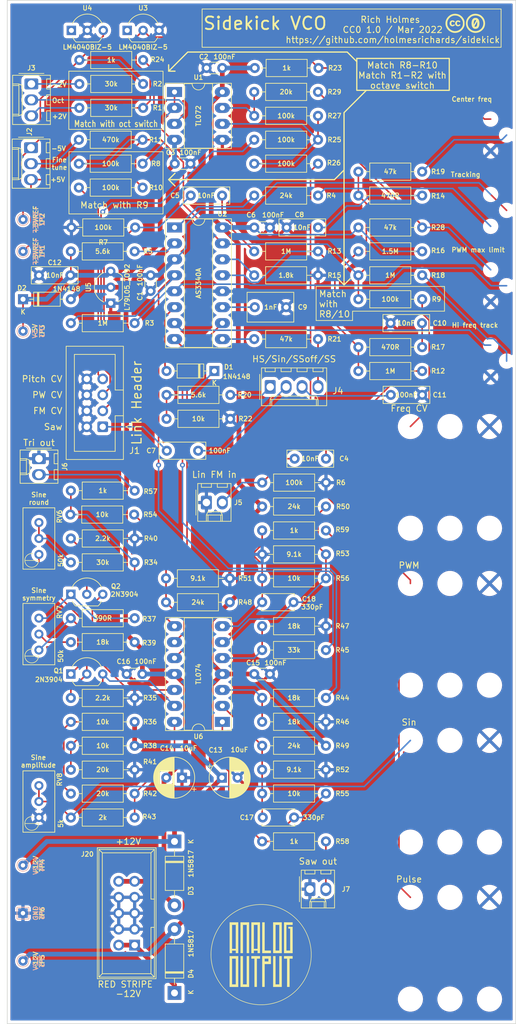
<source format=kicad_pcb>
(kicad_pcb (version 20211014) (generator pcbnew)
  (layers (0 "F.Cu" signal) (31 "B.Cu" signal) (34 "B.Paste" user) (35 "F.Paste" user) (36 "B.SilkS" user "B.Silkscreen") (37 "F.SilkS" user "F.Silkscreen") (38 "B.Mask" user) (39 "F.Mask" user) (44 "Edge.Cuts" user))
  (net 0 "")
  (net 1 "Board_0-+12V")
  (net 2 "Board_0-+5V_REF")
  (net 3 "Board_0--12V")
  (net 4 "Board_0--5V")
  (net 5 "Board_0--5V_REF")
  (net 6 "Board_0-/Jacks, power, etc/+12V_IN")
  (net 7 "Board_0-/Jacks, power, etc/-12V_IN")
  (net 8 "Board_0-/Main PCB/+2V_REF")
  (net 9 "Board_0-/Main PCB/-2V_REF")
  (net 10 "Board_0-/Main PCB/CENTER_FREQ")
  (net 11 "Board_0-/Main PCB/FINE_TUNE")
  (net 12 "Board_0-/Main PCB/HARD_SYNCA")
  (net 13 "Board_0-/Main PCB/HI_FREQ_TRACK")
  (net 14 "Board_0-/Main PCB/LINK_IN_CV")
  (net 15 "Board_0-/Main PCB/LINK_IN_FM")
  (net 16 "Board_0-/Main PCB/LINK_IN_PW")
  (net 17 "Board_0-/Main PCB/LINK_IN_SYNC")
  (net 18 "Board_0-/Main PCB/LIN_FM_IN")
  (net 19 "Board_0-/Main PCB/OCTAVE")
  (net 20 "Board_0-/Main PCB/SOFT_SYNCA")
  (net 21 "Board_0-/Main PCB/SOFT_SYNC_OFF")
  (net 22 "Board_0-/Main PCB/SYNCA")
  (net 23 "Board_0-/Outputs and sin/SAW")
  (net 24 "Board_0-/Outputs and sin/TRI")
  (net 25 "Board_0-CV_NODE")
  (net 26 "Board_0-GND")
  (net 27 "Board_0-HARD_SYNC")
  (net 28 "Board_0-HFT")
  (net 29 "Board_0-LIN_FM")
  (net 30 "Board_0-Net-(C10-Pad1)")
  (net 31 "Board_0-Net-(C17-Pad1)")
  (net 32 "Board_0-Net-(C17-Pad2)")
  (net 33 "Board_0-Net-(C18-Pad1)")
  (net 34 "Board_0-Net-(C18-Pad2)")
  (net 35 "Board_0-Net-(C4-Pad1)")
  (net 36 "Board_0-Net-(C5-Pad1)")
  (net 37 "Board_0-Net-(C8-Pad1)")
  (net 38 "Board_0-Net-(C9-Pad2)")
  (net 39 "Board_0-Net-(D1-Pad1)")
  (net 40 "Board_0-Net-(Q1-Pad1)")
  (net 41 "Board_0-Net-(Q1-Pad2)")
  (net 42 "Board_0-Net-(Q1-Pad3)")
  (net 43 "Board_0-Net-(Q2-Pad1)")
  (net 44 "Board_0-Net-(Q2-Pad2)")
  (net 45 "Board_0-Net-(Q2-Pad3)")
  (net 46 "Board_0-Net-(R15-Pad1)")
  (net 47 "Board_0-Net-(R25-Pad1)")
  (net 48 "Board_0-Net-(R27-Pad1)")
  (net 49 "Board_0-Net-(R28-Pad1)")
  (net 50 "Board_0-Net-(R34-Pad1)")
  (net 51 "Board_0-Net-(R39-Pad2)")
  (net 52 "Board_0-Net-(R4-Pad1)")
  (net 53 "Board_0-Net-(R4-Pad2)")
  (net 54 "Board_0-Net-(R42-Pad1)")
  (net 55 "Board_0-Net-(R44-Pad1)")
  (net 56 "Board_0-Net-(R45-Pad1)")
  (net 57 "Board_0-Net-(R48-Pad1)")
  (net 58 "Board_0-Net-(R5-Pad1)")
  (net 59 "Board_0-Net-(R8-Pad2)")
  (net 60 "Board_0-PULSE")
  (net 61 "Board_0-PULSE_OUT")
  (net 62 "Board_0-PWMIN")
  (net 63 "Board_0-PWM_IN")
  (net 64 "Board_0-SAW_OUT")
  (net 65 "Board_0-SIN")
  (net 66 "Board_0-SOFT_SYNC")
  (net 67 "Board_0-TRIANGLE_OUT")
  (net 68 "Board_0-TRI_RAW")
  (net 69 "Board_0-V_OCT")
  (footprint "ao_tht:Molex_KK-254_AE-6410-02A_1x02_P2.54mm_Vertical" (layer "F.Cu") (at 157.71 160.08)
    (fp_text reference "J7")
    (fp_text value "2_pin_Molex_header")
  )
  (footprint "ao_tht:R_Axial_DIN0207_L6.3mm_D2.5mm_P10.16mm_Horizontal" (layer "F.Cu") (at 165.43 73.74)
    (fp_text reference "R17")
    (fp_text value "470R")
  )
  (footprint "ao_tht:R_Axial_DIN0207_L6.3mm_D2.5mm_P10.16mm_Horizontal" (layer "F.Cu") (at 129.79 116.92 180)
    (fp_text reference "R37")
    (fp_text value "390R")
  )
  (footprint "ao_tht:Molex_KK-254_AE-6410-02A_1x02_P2.54mm_Vertical" (layer "F.Cu") (at 114.54 91.51 -90)
    (fp_text reference "J6")
    (fp_text value "2_pin_Molex_header")
  )
  (footprint "Connector_Molex:Molex_KK-254_AE-6410-04A_1x04_P2.54mm_Vertical" (layer "F.Cu") (at 151.38 80.08)
    (fp_text reference "J4")
    (fp_text value "4_pin_Molex_header")
  )
  (footprint "ao_tht:Power_Header" (layer "F.Cu") (at 129.79 168.99 180)
    (fp_text reference "J20")
    (fp_text value "Synth_power_2x5")
  )
  (footprint "ao_tht:D_DO-41_SOD81_P10.16mm_Horizontal" (layer "F.Cu") (at 136.14 152.48 -90)
    (fp_text reference "D3")
    (fp_text value "1N5817")
  )
  (footprint "ao_tht:R_Axial_DIN0207_L6.3mm_D2.5mm_P10.16mm_Horizontal" (layer "F.Cu") (at 119.63 129.62)
    (fp_text reference "R35")
    (fp_text value "2.2k")
  )
  (footprint "ao_tht:analogoutput" (layer "F.Cu") (at 149.936 170.504)
    (fp_text reference "GRAF2" hide)
    (fp_text value "AO logo" hide)
  )
  (footprint "ao_tht:D_DO-41_SOD81_P10.16mm_Horizontal" (layer "F.Cu") (at 136.14 176.61 90)
    (fp_text reference "D4")
    (fp_text value "1N5817")
  )
  (footprint "ao_tht:C_Rect_L7.2mm_W2.5mm_P5.00mm_FKS2_FKP2_MKS2_MKP2" (layer "F.Cu") (at 160.27 91.51 180)
    (fp_text reference "C4")
    (fp_text value "10nF")
  )
  (footprint "ao_tht:DIP-16_W7.62mm_Socket_LongPads" (layer "F.Cu") (at 136.15 54.68)
    (fp_text reference "U2")
    (fp_text value "AS3340A")
  )
  (footprint "ao_tht:C_Disc_D3.0mm_W1.6mm_P2.50mm" (layer "F.Cu") (at 148.84 54.69)
    (fp_text reference "C6")
    (fp_text value "100nF")
  )
  (footprint "ao_tht:R_Axial_DIN0207_L6.3mm_D2.5mm_P10.16mm_Horizontal" (layer "F.Cu") (at 129.79 96.6 180)
    (fp_text reference "R57")
    (fp_text value "1k")
  )
  (footprint "ao_tht:Molex_KK-254_AE-6410-03A_1x03_P2.54mm_Vertical" (layer "F.Cu") (at 113.28 41.98 -90)
    (fp_text reference "J2")
    (fp_text value "3_pin_Molex_header")
  )
  (footprint "ao_tht:R_Axial_DIN0207_L6.3mm_D2.5mm_P10.16mm_Horizontal" (layer "F.Cu") (at 120.9 44.52)
    (fp_text reference "R8")
    (fp_text value "100k")
  )
  (footprint "ao_tht:R_Axial_DIN0207_L6.3mm_D2.5mm_P10.16mm_Horizontal" (layer "F.Cu") (at 119.63 148.67)
    (fp_text reference "R43")
    (fp_text value "2k")
  )
  (footprint "ao_tht:R_Axial_DIN0207_L6.3mm_D2.5mm_P10.16mm_Horizontal" (layer "F.Cu") (at 148.84 44.52)
    (fp_text reference "R26")
    (fp_text value "100k")
  )
  (footprint "ao_tht:R_Axial_DIN0207_L6.3mm_D2.5mm_P10.16mm_Horizontal" (layer "F.Cu") (at 119.55 100.41)
    (fp_text reference "R54")
    (fp_text value "10k")
  )
  (footprint "ao_tht:R_Axial_DIN0207_L6.3mm_D2.5mm_P10.16mm_Horizontal" (layer "F.Cu") (at 131.06 40.71 180)
    (fp_text reference "R11")
    (fp_text value "470k")
  )
  (footprint "ao_tht:R_Axial_DIN0207_L6.3mm_D2.5mm_P10.16mm_Horizontal" (layer "F.Cu") (at 160.26 99.13 180)
    (fp_text reference "R50")
    (fp_text value "24k")
  )
  (footprint "ao_tht:R_Axial_DIN0207_L6.3mm_D2.5mm_P10.16mm_Horizontal" (layer "F.Cu") (at 129.79 137.24 180)
    (fp_text reference "R38")
    (fp_text value "10k")
  )
  (footprint "ao_tht:C_Disc_D5.0mm_W2.5mm_P5.00mm" (layer "F.Cu") (at 155.19 148.66 180)
    (fp_text reference "C17")
    (fp_text value "330pF")
  )
  (footprint "ao_tht:Potentiometer_Bourns_3296W_Vertical_screw_centered" (layer "F.Cu") (at 113.39 122.95 -90)
    (fp_text reference "RV7")
    (fp_text value "50k")
  )
  (footprint "ao_tht:TO-92_Inline_Wide" (layer "F.Cu") (at 125.98 66.745 90)
    (fp_text reference "U5")
    (fp_text value "L79L05_TO92")
  )
  (footprint "ao_tht:CP_Radial_D6.3mm_P2.50mm" (layer "F.Cu") (at 143.68 142.32)
    (fp_text reference "C13")
    (fp_text value "10uF")
  )
  (footprint "ao_tht:R_Axial_DIN0207_L6.3mm_D2.5mm_P10.16mm_Horizontal" (layer "F.Cu") (at 120.98 28.01)
    (fp_text reference "R24")
    (fp_text value "1k")
  )
  (footprint "ao_tht:R_Axial_DIN0207_L6.3mm_D2.5mm_P10.16mm_Horizontal" (layer "F.Cu") (at 131.14 35.63 180)
    (fp_text reference "R1")
    (fp_text value "30k")
  )
  (footprint "ao_tht:R_Axial_DIN0207_L6.3mm_D2.5mm_P10.16mm_Horizontal" (layer "F.Cu") (at 129.79 133.43 180)
    (fp_text reference "R36")
    (fp_text value "10k")
  )
  (footprint "ao_tht:Potentiometer_Bourns_3296W_Vertical_screw_centered" (layer "F.Cu") (at 113.39 149.62 -90)
    (fp_text reference "RV8")
    (fp_text value "5k")
  )
  (footprint "ao_tht:R_Axial_DIN0207_L6.3mm_D2.5mm_P10.16mm_Horizontal" (layer "F.Cu") (at 148.84 72.46)
    (fp_text reference "R21")
    (fp_text value "47k")
  )
  (footprint "ao_tht:R_Axial_DIN0207_L6.3mm_D2.5mm_P10.16mm_Horizontal" (layer "F.Cu") (at 119.63 104.22)
    (fp_text reference "R40")
    (fp_text value "2.2k")
  )
  (footprint "ao_tht:TO-92_Inline_Wide" (layer "F.Cu") (at 128.6 23.29)
    (fp_text reference "U3")
    (fp_text value "LM4040BIZ-5")
  )
  (footprint "ao_tht:R_Axial_DIN0207_L6.3mm_D2.5mm_P10.16mm_Horizontal" (layer "F.Cu") (at 165.43 45.79)
    (fp_text reference "R19")
    (fp_text value "47k")
  )
  (footprint "ao_tht:R_Axial_DIN0207_L6.3mm_D2.5mm_P10.16mm_Horizontal" (layer "F.Cu") (at 148.92 29.28)
    (fp_text reference "R23")
    (fp_text value "1k")
  )
  (footprint "Capacitor_THT:C_Rect_L7.2mm_W4.5mm_P5.00mm_FKS2_FKP2_MKS2_MKP2" (layer "F.Cu") (at 153.92 67.38 180)
    (fp_text reference "C9")
    (fp_text value "1nF")
  )
  (footprint "ao_tht:C_Rect_L7.2mm_W2.5mm_P5.00mm_FKS2_FKP2_MKS2_MKP2" (layer "F.Cu") (at 139.91 90.24 180)
    (fp_text reference "C7")
    (fp_text value "100nF")
  )
  (footprint "ao_tht:TO-92_Inline_Wide" (layer "F.Cu") (at 119.63 125.81)
    (fp_text reference "Q1")
    (fp_text value "2N3904")
  )
  (footprint "ao_tht:C_Disc_D3.0mm_W1.6mm_P2.50mm" (layer "F.Cu") (at 143.75 29.28 180)
    (fp_text reference "C2")
    (fp_text value "100nF")
  )
  (footprint "ao_tht:R_Axial_DIN0207_L6.3mm_D2.5mm_P10.16mm_Horizontal" (layer "F.Cu") (at 145.03 85.16 180)
    (fp_text reference "R22")
    (fp_text value "10k")
  )
  (footprint "ao_tht:C_Rect_L7.2mm_W2.5mm_P5.00mm_FKS2_FKP2_MKS2_MKP2" (layer "F.Cu") (at 143.72 49.6 180)
    (fp_text reference "C5")
    (fp_text value "10nF")
  )
  (footprint "ao_tht:R_Axial_DIN0207_L6.3mm_D2.5mm_P10.16mm_Horizontal" (layer "F.Cu") (at 129.79 58.49 180)
    (fp_text reference "R5")
    (fp_text value "5.6k")
  )
  (footprint "ao_tht:R_Axial_DIN0207_L6.3mm_D2.5mm_P10.16mm_Horizontal" (layer "F.Cu") (at 150.1 110.56)
    (fp_text reference "R56")
    (fp_text value "10k")
  )
  (footprint "ao_tht:R_Axial_DIN0207_L6.3mm_D2.5mm_P10.16mm_Horizontal" (layer "F.Cu") (at 165.43 66.11)
    (fp_text reference "R9")
    (fp_text value "100k")
  )
  (footprint "ao_tht:C_Disc_D3.0mm_W1.6mm_P2.50mm" (layer "F.Cu") (at 132.33 62.3 -90)
    (fp_text reference "C1")
    (fp_text value "100nF")
  )
  (footprint "ao_tht:C_Rect_L7.2mm_W2.5mm_P5.00mm_FKS2_FKP2_MKS2_MKP2" (layer "F.Cu") (at 175.59 81.35 180)
    (fp_text reference "C11")
    (fp_text value "100nF")
  )
  (footprint "ao_tht:R_Axial_DIN0207_L6.3mm_D2.5mm_P10.16mm_Horizontal" (layer "F.Cu") (at 134.79 110.57)
    (fp_text reference "R51")
    (fp_text value "9.1k")
  )
  (footprint "ao_tht:C_Disc_D3.0mm_W1.6mm_P2.50mm" (layer "F.Cu") (at 128.52 125.81)
    (fp_text reference "C16")
    (fp_text value "100nF")
  )
  (footprint "ao_tht:TO-92_Inline_Wide" (layer "F.Cu") (at 119.71 23.29)
    (fp_text reference "U4")
    (fp_text value "LM4040BIZ-5")
  )
  (footprint "ao_tht:R_Axial_DIN0207_L6.3mm_D2.5mm_P10.16mm_Horizontal" (layer "F.Cu") (at 150.1 133.42)
    (fp_text reference "R46")
    (fp_text value "18k")
  )
  (footprint "ao_tht:R_Axial_DIN0207_L6.3mm_D2.5mm_P10.16mm_Horizontal" (layer "F.Cu") (at 129.79 144.86 180)
    (fp_text reference "R42")
    (fp_text value "20k")
  )
  (footprint "ao_tht:R_Axial_DIN0207_L6.3mm_D2.5mm_P10.16mm_Horizontal" (layer "F.Cu") (at 175.59 58.49 180)
    (fp_text reference "R16")
    (fp_text value "1.5M")
  )
  (footprint "ao_tht:R_Axial_DIN0207_L6.3mm_D2.5mm_P10.16mm_Horizontal" (layer "F.Cu") (at 160.26 152.47 180)
    (fp_text reference "R58")
    (fp_text value "1k")
  )
  (footprint "ao_tht:R_Axial_DIN0207_L6.3mm_D2.5mm_P10.16mm_Horizontal" (layer "F.Cu") (at 159 33.09 180)
    (fp_text reference "R29")
    (fp_text value "20k")
  )
  (footprint "ao_tht:R_Axial_DIN0207_L6.3mm_D2.5mm_P10.16mm_Horizontal" (layer "F.Cu") (at 148.84 49.6)
    (fp_text reference "R4")
    (fp_text value "24k")
  )
  (footprint "ao_tht:C_Rect_L7.2mm_W2.5mm_P5.00mm_FKS2_FKP2_MKS2_MKP2" (layer "F.Cu") (at 114.55 62.3)
    (fp_text reference "C12")
    (fp_text value "10nF")
  )
  (footprint "ao_tht:R_Axial_DIN0207_L6.3mm_D2.5mm_P10.16mm_Horizontal" (layer "F.Cu") (at 129.87 54.68 180)
    (fp_text reference "R7")
    (fp_text value "100k")
  )
  (footprint "Connector_IDC:IDC-Header_2x04_P2.54mm_Vertical" (layer "F.Cu") (at 124.71 86.43 180)
    (fp_text reference "J1")
    (fp_text value "Conn_02x04_Odd_Even")
  )
  (footprint "ao_tht:R_Axial_DIN0207_L6.3mm_D2.5mm_P10.16mm_Horizontal" (layer "F.Cu") (at 119.63 108.03)
    (fp_text reference "R34")
    (fp_text value "30k")
  )
  (footprint "ao_tht:C_Disc_D5.0mm_W2.5mm_P5.00mm" (layer "F.Cu") (at 150.1 114.37)
    (fp_text reference "C18")
    (fp_text value "330pF")
  )
  (footprint "ao_tht:DIP-8_W7.62mm_Socket_LongPads" (layer "F.Cu") (at 136.14 33.1)
    (fp_text reference "U1")
    (fp_text value "TL072")
  )
  (footprint "ao_tht:R_Axial_DIN0207_L6.3mm_D2.5mm_P10.16mm_Horizontal" (layer "F.Cu") (at 165.43 62.3)
    (fp_text reference "R18")
    (fp_text value "1M")
  )
  (footprint "ao_tht:R_Axial_DIN0207_L6.3mm_D2.5mm_P10.16mm_Horizontal" (layer "F.Cu") (at 159 40.71 180)
    (fp_text reference "R25")
    (fp_text value "100k")
  )
  (footprint "ao_tht:R_Axial_DIN0207_L6.3mm_D2.5mm_P10.16mm_Horizontal" (layer "F.Cu") (at 148.84 36.9)
    (fp_text reference "R27")
    (fp_text value "100k")
  )
  (footprint "ao_tht:Molex_KK-254_AE-6410-02A_1x02_P2.54mm_Vertical" (layer "F.Cu") (at 141.22 98.495)
    (fp_text reference "J5")
    (fp_text value "2_pin_Molex_header")
  )
  (footprint "ao_tht:R_Axial_DIN0207_L6.3mm_D2.5mm_P10.16mm_Horizontal" (layer "F.Cu") (at 175.59 54.68 180)
    (fp_text reference "R28")
    (fp_text value "47k")
  )
  (footprint "ao_tht:TO-92_Inline_Wide" (layer "F.Cu") (at 119.63 113.11)
    (fp_text reference "Q2")
    (fp_text value "2N3904")
  )
  (footprint "ao_tht:C_Rect_L7.2mm_W2.5mm_P5.00mm_FKS2_FKP2_MKS2_MKP2" (layer "F.Cu") (at 175.56 69.92 180)
    (fp_text reference "C10")
    (fp_text value "10nF")
  )
  (footprint "ao_tht:R_Axial_DIN0207_L6.3mm_D2.5mm_P10.16mm_Horizontal" (layer "F.Cu") (at 150.1 129.61)
    (fp_text reference "R44")
    (fp_text value "18k")
  )
  (footprint "ao_tht:R_Axial_DIN0207_L6.3mm_D2.5mm_P10.16mm_Horizontal" (layer "F.Cu") (at 150.1 121.99)
    (fp_text reference "R45")
    (fp_text value "33k")
  )
  (footprint "ao_tht:R_Axial_DIN0207_L6.3mm_D2.5mm_P10.16mm_Horizontal" (layer "F.Cu") (at 159 58.49 180)
    (fp_text reference "R13")
    (fp_text value "1M")
  )
  (footprint "ao_tht:C_Disc_D3.0mm_W1.6mm_P2.50mm" (layer "F.Cu") (at 148.84 125.81)
    (fp_text reference "C15")
    (fp_text value "100nF")
  )
  (footprint "ao_tht:D_DO-35_SOD27_P7.62mm_Horizontal" (layer "F.Cu") (at 142.49 77.54 180)
    (fp_text reference "D1")
    (fp_text value "1N4148")
  )
  (footprint "ao_tht:R_Axial_DIN0207_L6.3mm_D2.5mm_P10.16mm_Horizontal" (layer "F.Cu") (at 134.87 81.35)
    (fp_text reference "R20")
    (fp_text value "5.6k")
  )
  (footprint "ao_tht:R_Axial_DIN0207_L6.3mm_D2.5mm_P10.16mm_Horizontal" (layer "F.Cu") (at 150.1 141.04)
    (fp_text reference "R52")
    (fp_text value "9.1k")
  )
  (footprint "ao_tht:R_Axial_DIN0207_L6.3mm_D2.5mm_P10.16mm_Horizontal" (layer "F.Cu") (at 150.11 95.32)
    (fp_text reference "R6")
    (fp_text value "100k")
  )
  (footprint "ao_tht:R_Axial_DIN0207_L6.3mm_D2.5mm_P10.16mm_Horizontal" (layer "F.Cu") (at 119.63 141.05)
    (fp_text reference "R41")
    (fp_text value "20k")
  )
  (footprint "ao_tht:R_Axial_DIN0207_L6.3mm_D2.5mm_P10.16mm_Horizontal" (layer "F.Cu") (at 150.1 118.18)
    (fp_text reference "R47")
    (fp_text value "18k")
  )
  (footprint "ao_tht:R_Axial_DIN0207_L6.3mm_D2.5mm_P10.16mm_Horizontal" (layer "F.Cu") (at 160.26 102.94 180)
    (fp_text reference "R59")
    (fp_text value "1k")
  )
  (footprint "ao_tht:R_Axial_DIN0207_L6.3mm_D2.5mm_P10.16mm_Horizontal" (layer "F.Cu") (at 165.43 77.55)
    (fp_text reference "R12")
    (fp_text value "1M")
  )
  (footprint "ao_tht:R_Axial_DIN0207_L6.3mm_D2.5mm_P10.16mm_Horizontal" (layer "F.Cu") (at 134.79 114.38)
    (fp_text reference "R48")
    (fp_text value "24k")
  )
  (footprint "ao_tht:R_Axial_DIN0207_L6.3mm_D2.5mm_P10.16mm_Horizontal" (layer "F.Cu") (at 150.1 137.23)
    (fp_text reference "R49")
    (fp_text value "24k")
  )
  (footprint "ao_tht:CP_Radial_D6.3mm_P2.50mm" (layer "F.Cu") (at 137.33 142.32 180)
    (fp_text reference "C14")
    (fp_text value "10uF")
  )
  (footprint "ao_tht:R_Axial_DIN0207_L6.3mm_D2.5mm_P10.16mm_Horizontal" (layer "F.Cu") (at 131.06 48.33 180)
    (fp_text reference "R10")
    (fp_text value "100k")
  )
  (footprint "ao_tht:R_Axial_DIN0207_L6.3mm_D2.5mm_P10.16mm_Horizontal" (layer "F.Cu") (at 165.43 49.6)
    (fp_text reference "R14")
    (fp_text value "470R")
  )
  (footprint "ao_tht:Molex_KK-254_AE-6410-03A_1x03_P2.54mm_Vertical" (layer "F.Cu") (at 113.34 31.82 -90)
    (fp_text reference "J3")
    (fp_text value "3_pin_Molex_header")
  )
  (footprint "ao_tht:R_Axial_DIN0207_L6.3mm_D2.5mm_P10.16mm_Horizontal" (layer "F.Cu") (at 129.79 120.73 180)
    (fp_text reference "R39")
    (fp_text value "18k")
  )
  (footprint "ao_tht:C_Rect_L7.2mm_W2.5mm_P5.00mm_FKS2_FKP2_MKS2_MKP2" (layer "F.Cu") (at 159 54.68 180)
    (fp_text reference "C8")
    (fp_text value "10nF")
  )
  (footprint "ao_tht:R_Axial_DIN0207_L6.3mm_D2.5mm_P10.16mm_Horizontal" (layer "F.Cu") (at 160.26 106.75 180)
    (fp_text reference "R53")
    (fp_text value "9.1k")
  )
  (footprint "ao_tht:DIP-14_W7.62mm_Socket_LongPads" (layer "F.Cu") (at 143.76 133.43 180)
    (fp_text reference "U6")
    (fp_text value "TL074")
  )
  (footprint "ao_tht:C_Disc_D3.0mm_W1.6mm_P2.50mm" (layer "F.Cu") (at 138.68 44.52 180)
    (fp_text reference "C3")
    (fp_text value "100nF")
  )
  (footprint "ao_tht:R_Axial_DIN0207_L6.3mm_D2.5mm_P10.16mm_Horizontal" (layer "F.Cu") (at 119.63 69.92)
    (fp_text reference "R3")
    (fp_text value "1M")
  )
  (footprint "ao_tht:D_DO-35_SOD27_P7.62mm_Horizontal" (layer "F.Cu") (at 112.01 66.11)
    (fp_text reference "D2")
    (fp_text value "1N4148")
  )
  (footprint "ao_tht:CC0_logo" (layer "F.Cu") (at 182.448 22.168)
    (fp_text reference "GRAF3" hide)
    (fp_text value "CC0 logo" hide)
  )
  (footprint "ao_tht:R_Axial_DIN0207_L6.3mm_D2.5mm_P10.16mm_Horizontal" (layer "F.Cu") (at 160.26 144.85 180)
    (fp_text reference "R55")
    (fp_text value "10k")
  )
  (footprint "ao_tht:Potentiometer_Bourns_3296W_Vertical_screw_centered" (layer "F.Cu") (at 113.39 107.72 -90)
    (fp_text reference "RV6")
    (fp_text value "50k")
  )
  (footprint "ao_tht:R_Axial_DIN0207_L6.3mm_D2.5mm_P10.16mm_Horizontal" (layer "F.Cu") (at 148.84 62.3)
    (fp_text reference "R15")
    (fp_text value "1.8k")
  )
  (footprint "ao_tht:R_Axial_DIN0207_L6.3mm_D2.5mm_P10.16mm_Horizontal" (layer "F.Cu") (at 131.14 31.82 180)
    (fp_text reference "R2")
    (fp_text value "30k")
  )
  (footprint "ao_tht:TestPoint_THTPad_1.5x1.5mm_Drill0.7mm" (layer "B.Cu") (at 112 163.9 90)
    (fp_text reference "TP6")
    (fp_text value "GND")
  )
  (footprint "ao_tht:TestPoint_THTPad_D1.5mm_Drill0.7mm" (layer "B.Cu") (at 112 156.28 90)
    (fp_text reference "TP4")
    (fp_text value "+12V")
  )
  (footprint "ao_tht:TestPoint_THTPad_D1.5mm_Drill0.7mm" (layer "B.Cu") (at 112.01 71.19 90)
    (fp_text reference "TP3")
    (fp_text value "-5V")
  )
  (footprint "ao_tht:TestPoint_THTPad_D1.5mm_Drill0.7mm" (layer "B.Cu") (at 112.01 58.49 90)
    (fp_text reference "TP1")
    (fp_text value "+5VREF")
  )
  (footprint "ao_tht:TestPoint_THTPad_D1.5mm_Drill0.7mm" (layer "B.Cu") (at 112.01 53.41 90)
    (fp_text reference "TP2")
    (fp_text value "-5VREF")
  )
  (footprint "ao_tht:TestPoint_THTPad_D1.5mm_Drill0.7mm" (layer "B.Cu") (at 112 171.52 90)
    (fp_text reference "TP5")
    (fp_text value "-12V")
  )
  (gr_line (start 138.252 26.74) (end 163.652 26.74) (layer "F.SilkS") (width 0.2))
  (gr_rect (start 119.329 42.615) (end 134.315 52.521) (layer "F.SilkS") (width 0.12) (fill none))
  (gr_line (start 164.5 69.5) (end 164.5 68.0205) (layer "F.SilkS") (width 0.12))
  (gr_rect (start 140.538 19.882) (end 188.163 25.978) (layer "F.SilkS") (width 0.12) (fill none))
  (gr_rect (start 119.3036 29.788) (end 134.315 39.059) (layer "F.SilkS") (width 0.12) (fill none))
  (gr_line (start 135.204 28.772) (end 135.204 29.788) (layer "F.SilkS") (width 0.2))
  (gr_line (start 163.652 26.74) (end 165.176 28.264) (layer "F.SilkS") (width 0.2))
  (gr_line (start 135.204 47.06) (end 161.62 47.06) (layer "F.SilkS") (width 0.2))
  (gr_line (start 163.144 63.824) (end 163.144 36.392) (layer "F.SilkS") (width 0.2))
  (gr_line (start 162.128 62.808) (end 163.144 63.824) (layer "F.SilkS") (width 0.2))
  (gr_line (start 135.204 47.06) (end 136.22 48.076) (layer "F.SilkS") (width 0.2))
  (gr_line (start 136.22 46.044) (end 135.204 47.06) (layer "F.SilkS") (width 0.2))
  (gr_line (start 158.699 64.078) (end 158.699 69.5) (layer "F.SilkS") (width 0.12))
  (gr_line (start 164.5 68.015) (end 179.146 68.015) (layer "F.SilkS") (width 0.12))
  (gr_line (start 179.146 68.015) (end 179.146 64.078) (layer "F.SilkS") (width 0.12))
  (gr_line (start 161.62 47.06) (end 163.144 45.536) (layer "F.SilkS") (width 0.2))
  (gr_line (start 135.204 29.788) (end 136.22 29.788) (layer "F.SilkS") (width 0.2))
  (gr_line (start 163.144 36.392) (end 166.7 32.836) (layer "F.SilkS") (width 0.2))
  (gr_line (start 138.252 26.74) (end 135.204 29.788) (layer "F.SilkS") (width 0.2))
  (gr_rect (start 165.176 27.756) (end 179.908 32.836) (layer "F.SilkS") (width 0.2) (fill none))
  (gr_line (start 179.146 64.078) (end 158.699 64.078) (layer "F.SilkS") (width 0.12))
  (gr_line (start 158.699 69.5) (end 164.5 69.5) (layer "F.SilkS") (width 0.12))
  (gr_line (start 164.16 62.808) (end 163.144 63.824) (layer "F.SilkS") (width 0.2))
  (gr_line (start 190.500471 181.500881) (end 109.499118 181.500471) (layer "Edge.Cuts") (width 0.1))
  (gr_line (start 109.499118 181.500471) (end 109.499 18.5) (layer "Edge.Cuts") (width 0.1))
  (gr_line (start 109.499 18.5) (end 190.500881 18.499528) (layer "Edge.Cuts") (width 0.1))
  (gr_line (start 190.500881 18.499528) (end 190.500471 181.500881) (layer "Edge.Cuts") (width 0.1))
  (gr_text "Saw" (at 118.36 86.44) (layer "F.SilkS") (effects (font (size 1 1)) (justify right)))
  (gr_text "FM CV" (at 118.36 83.89) (layer "F.SilkS") (effects (font (size 1 1)) (justify right)))
  (gr_text "PW CV" (at 118.36 81.35) (layer "F.SilkS") (effects (font (size 1 1)) (justify right)))
  (gr_text "Pitch CV" (at 118.36 78.81) (layer "F.SilkS") (effects (font (size 1 1)) (justify right)))
  (gr_text "Rich Holmes \nCC0 1.0 / Mar 2022\nhttps://github.com/holmesrichards/sidekick" (at 170.891 23.184) (layer "F.SilkS") (effects (font (size 1 1))))
  (gr_text "Sidekick VCO" (at 150.571 22.168) (layer "F.SilkS") (effects (font (size 2 2) (thickness 0.3))))
  (gr_text "Sin" (at 173.5 133.5) (layer "F.SilkS") (effects (font (size 1 1))))
  (gr_text "Saw out" (at 158.98 155.645) (layer "F.SilkS") (effects (font (size 1 1))))
  (gr_text "PWM max limit" (at 184.5 58.25) (layer "F.SilkS") (effects (font (size 0.75 0.75))))
  (gr_text "Match with oct switch\n" (at 126.822 38.17) (layer "F.SilkS") (effects (font (size 1 0.8))))
  (gr_text "+2V" (at 116.5604 37.0016) (layer "F.SilkS") (effects (font (size 0.75 0.75)) (justify left)))
  (gr_text "-5V" (at 117.678 42.107) (layer "F.SilkS") (effects (font (size 0.75 0.75))))
  (gr_text "Sine\nround" (at 114.54 97.86) (layer "F.SilkS") (effects (font (size 0.75 0.75))))
  (gr_text "Center freq" (at 183.5 34.25) (layer "F.SilkS") (effects (font (size 0.75 0.75))))
  (gr_text "Tri out" (at 114.55 88.97) (layer "F.SilkS") (effects (font (size 1 1))))
  (gr_text "Match\nwith\nR8/10" (at 159.08 66.872) (layer "F.SilkS") (effects (font (size 1 1)) (justify left)))
  (gr_text "Match R8-R10\nMatch R1-R2 with\noctave switch" (at 172.4404 30.4484) (layer "F.SilkS") (effects (font (size 1 1))))
  (gr_text "Fine\ntune" (at 117.805 44.52) (layer "F.SilkS") (effects (font (size 0.75 0.75))))
  (gr_text "Match with R9" (at 126.568 51.124) (layer "F.SilkS") (effects (font (size 1 1))))
  (gr_text "Sine\namplitude" (at 114.46 139.714) (layer "F.SilkS") (effects (font (size 0.75 0.75))))
  (gr_text "Lin FM in" (at 142.49 94.05) (layer "F.SilkS") (effects (font (size 1 1))))
  (gr_text "Sine\nsymmetry" (at 114.54 113.1) (layer "F.SilkS") (effects (font (size 0.75 0.75))))
  (gr_text "Hi freq track" (at 184 70.25) (layer "F.SilkS") (effects (font (size 0.75 0.75))))
  (gr_text "Tracking" (at 182.5 46.25) (layer "F.SilkS") (effects (font (size 0.75 0.75))))
  (gr_text "Pulse" (at 173.5 158.5) (layer "F.SilkS") (effects (font (size 1 1))))
  (gr_text "-2V" (at 116.5604 31.9216) (layer "F.SilkS") (effects (font (size 0.75 0.75)) (justify left)))
  (gr_text "Oct" (at 116.5604 34.4616) (layer "F.SilkS") (effects (font (size 0.75 0.75)) (justify left)))
  (gr_text "Link Header" (at 130.124 82.62 90) (layer "F.SilkS") (effects (font (size 1.5 1.5) (thickness 0.2))))
  (gr_text "Freq CV" (at 173.5 83.5) (layer "F.SilkS") (effects (font (size 1 1))))
  (gr_text "HS/Sin/SSoff/SS" (at 155.19 75.635) (layer "F.SilkS") (effects (font (size 1 1))))
  (gr_text "PWM" (at 173.5 108.5) (layer "F.SilkS") (effects (font (size 1 1))))
  (gr_text "+5V" (at 117.551 47.06) (layer "F.SilkS") (effects (font (size 0.75 0.75))))
  (segment (start 141.98548 117.34452) (end 141.98548 124.03548) (width 0.75) (layer "F.Cu") (net 1))
  (segment (start 146.404511 75.104511) (end 146.404511 95.434511) (width 0.75) (layer "F.Cu") (net 1))
  (segment (start 146.324511 113.005489) (end 146.324511 102.905489) (width 0.75) (layer "F.Cu") (net 1))
  (segment (start 143.76 125.81) (end 141.985489 127.584511) (width 0.75) (layer "F.Cu") (net 1))
  (segment (start 129.79 137.24) (end 129.79 133.43) (width 0.75) (layer "F.Cu") (net 1))
  (segment (start 141.98548 34.87452) (end 141.98548 52.89548) (width 0.75) (layer "F.Cu") (net 1))
  (segment (start 141.98548 52.89548) (end 143.77 54.68) (width 0.75) (layer "F.Cu") (net 1))
  (segment (start 141.985489 140.625489) (end 143.68 142.32) (width 0.75) (layer "F.Cu") (net 1))
  (segment (start 143.76 125.81) (end 148.84 125.81) (width 0.75) (layer "F.Cu") (net 1))
  (segment (start 136.14 149.86) (end 143.68 142.32) (width 0.75) (layer "F.Cu") (net 1))
  (segment (start 146.404511 95.434511) (end 150.1 99.13) (width 0.75) (layer "F.Cu") (net 1))
  (segment (start 136.14 152.48) (end 136.14 149.86) (width 0.75) (layer "F.Cu") (net 1))
  (segment (start 146.3 57.21) (end 146.3 75) (width 0.75) (layer "F.Cu") (net 1))
  (segment (start 144.95 114.38) (end 141.98548 117.34452) (width 0.75) (layer "F.Cu") (net 1))
  (segment (start 141.98548 124.03548) (end 143.76 125.81) (width 0.75) (layer "F.Cu") (net 1))
  (segment (start 143.77 54.68) (end 146.3 57.21) (width 0.75) (layer "F.Cu") (net 1))
  (segment (start 146.3 75) (end 146.404511 75.104511) (width 0.75) (layer "F.Cu") (net 1))
  (segment (start 141.985489 127.584511) (end 141.985489 140.625489) (width 0.75) (layer "F.Cu") (net 1))
  (segment (start 146.324511 102.905489) (end 150.1 99.13) (width 0.75) (layer "F.Cu") (net 1))
  (segment (start 143.75 33.09) (end 143.76 33.1) (width 0.75) (layer "F.Cu") (net 1))
  (segment (start 144.95 114.38) (end 146.324511 113.005489) (width 0.75) (layer "F.Cu") (net 1))
  (segment (start 143.76 33.1) (end 141.98548 34.87452) (width 0.75) (layer "F.Cu") (net 1))
  (segment (start 143.75 29.28) (end 143.75 33.09) (width 0.75) (layer "F.Cu") (net 1))
  (segment (start 148.84 125.81) (end 160.26 137.23) (width 0.75) (layer "B.Cu") (net 1))
  (segment (start 138.6 137.24) (end 143.68 142.32) (width 0.75) (layer "B.Cu") (net 1))
  (segment (start 165.43 54.68) (end 164.295489 55.814511) (width 0.25) (layer "B.Cu") (net 1))
  (segment (start 129.79 137.24) (end 138.6 137.24) (width 0.75) (layer "B.Cu") (net 1))
  (segment (start 143.75 29.28) (end 148.92 29.28) (width 0.75) (layer "B.Cu") (net 1))
  (segment (start 136.14 152.48) (end 115.8 152.48) (width 0.75) (layer "B.Cu") (net 1))
  (segment (start 175.59 58.49) (end 169.24 58.49) (width 0.25) (layer "B.Cu") (net 1))
  (segment (start 148.83 54.68) (end 148.84 54.69) (width 0.75) (layer "B.Cu") (net 1))
  (segment (start 164.295489 55.814511) (end 149.964511 55.814511) (width 0.25) (layer "B.Cu") (net 1))
  (segment (start 115.8 152.48) (end 112 156.28) (width 0.75) (layer "B.Cu") (net 1))
  (segment (start 143.77 54.68) (end 148.83 54.68) (width 0.75) (layer "B.Cu") (net 1))
  (segment (start 149.964511 55.814511) (end 148.84 54.69) (width 0.25) (layer "B.Cu") (net 1))
  (segment (start 169.24 58.49) (end 165.43 54.68) (width 0.25) (layer "B.Cu") (net 1))
  (segment (start 130.015489 24.414511) (end 131.14 23.29) (width 0.25) (layer "F.Cu") (net 2))
  (segment (start 132.214511 24.364511) (end 154.164511 24.364511) (width 0.25) (layer "F.Cu") (net 2))
  (segment (start 112.01 58.49) (end 113.28 57.22) (width 0.25) (layer "F.Cu") (net 2))
  (segment (start 132.264511 30.785511) (end 130.015489 28.536489) (width 0.25) (layer "F.Cu") (net 2))
  (segment (start 131.14 23.29) (end 132.214511 24.364511) (width 0.25) (layer "F.Cu") (net 2))
  (segment (start 113.28 47.06) (end 116.662 47.06) (width 0.25) (layer "F.Cu") (net 2))
  (segment (start 185.5 37.42) (end 186.5 37.42) (width 0.25) (layer "F.Cu") (net 2))
  (segment (start 116.662 47.06) (end 128.092 35.63) (width 0.25) (layer "F.Cu") (net 2))
  (segment (start 130.015489 28.536489) (end 130.015489 24.414511) (width 0.25) (layer "F.Cu") (net 2))
  (segment (start 113.28 57.22) (end 113.28 47.06) (width 0.25) (layer "F.Cu") (net 2))
  (segment (start 131.14 35.63) (end 132.264511 34.505489) (width 0.25) (layer "F.Cu") (net 2))
  (segment (start 159.08 29.28) (end 177.36 29.28) (width 0.25) (layer "F.Cu") (net 2))
  (segment (start 154.164511 24.364511) (end 159.08 29.28) (width 0.25) (layer "F.Cu") (net 2))
  (segment (start 132.264511 34.505489) (end 132.264511 30.785511) (width 0.25) (layer "F.Cu") (net 2))
  (segment (start 128.092 35.63) (end 131.14 35.63) (width 0.25) (layer "F.Cu") (net 2))
  (segment (start 177.36 29.28) (end 185.5 37.42) (width 0.25) (layer "F.Cu") (net 2))
  (segment (start 128.335489 96.110658) (end 128.335489 119.275489) (width 0.75) (layer "F.Cu") (net 3))
  (segment (start 137.814511 164.775489) (end 137.814511 157.503533) (width 0.75) (layer "F.Cu") (net 3))
  (segment (start 133.854 57.020511) (end 128.393 62.481511) (width 0.75) (layer "F.Cu") (net 3))
  (segment (start 136.14 166.45) (end 137.814511 164.775489) (width 0.75) (layer "F.Cu") (net 3))
  (segment (start 131.02 125.81) (end 131.02 121.96) (width 0.75) (layer "F.Cu") (net 3))
  (segment (start 137.814511 157.503533) (end 134.465489 154.154511) (width 0.75) (layer "F.Cu") (net 3))
  (segment (start 134.465489 142.684511) (end 134.83 142.32) (width 0.75) (layer "F.Cu") (net 3))
  (segment (start 137.91452 127.58452) (end 137.91452 139.23548) (width 0.75) (layer "F.Cu") (net 3))
  (segment (start 132.85951 37.83951) (end 132.85951 29.72951) (width 0.25) (layer "F.Cu") (net 3))
  (segment (start 136.18 44.52) (end 133.854 46.846) (width 0.75) (layer "F.Cu") (net 3))
  (segment (start 137.91452 139.23548) (end 134.83 142.32) (width 0.75) (layer "F.Cu") (net 3))
  (segment (start 127.939511 64.205) (end 125.98 64.205) (width 0.75) (layer "F.Cu") (net 3))
  (segment (start 128.52 95.926147) (end 128.335489 96.110658) (width 0.75) (layer "F.Cu") (net 3))
  (segment (start 128.415489 64.680978) (end 128.415489 70.489342) (width 0.75) (layer "F.Cu") (net 3))
  (segment (start 128.52 70.593853) (end 128.52 95.926147) (width 0.75) (layer "F.Cu") (net 3))
  (segment (start 128.415489 70.489342) (end 128.52 70.593853) (width 0.75) (layer "F.Cu") (net 3))
  (segment (start 133.854 46.846) (end 133.854 57.020511) (width 0.75) (layer "F.Cu") (net 3))
  (segment (start 128.393 62.481511) (end 128.393 65.094) (width 0.75) (layer "F.Cu") (net 3))
  (segment (start 131.02 121.96) (end 129.79 120.73) (width 0.75) (layer "F.Cu") (net 3))
  (segment (start 136.14 125.81) (end 137.91452 127.58452) (width 0.75) (layer "F.Cu") (net 3))
  (segment (start 134.465489 154.154511) (end 134.465489 142.684511) (width 0.75) (layer "F.Cu") (net 3))
  (segment (start 135.74 40.72) (end 132.85951 37.83951) (width 0.25) (layer "F.Cu") (net 3))
  (segment (start 128.335489 119.275489) (end 129.79 120.73) (width 0.75) (layer "F.Cu") (net 3))
  (segment (start 132.85951 29.72951) (end 131.14 28.01) (width 0.25) (layer "F.Cu") (net 3))
  (segment (start 136.14 40.72) (end 135.74 40.72) (width 0.25) (layer "F.Cu") (net 3))
  (segment (start 113.091889 170.428111) (end 112 171.52) (width 0.75) (layer "B.Cu") (net 3))
  (segment (start 136.14 40.72) (end 136.14 44.48) (width 0.75) (layer "B.Cu") (net 3))
  (segment (start 136.14 125.81) (end 131.02 125.81) (width 0.75) (layer "B.Cu") (net 3))
  (segment (start 121.535 64.205) (end 125.98 64.205) (width 0.75) (layer "B.Cu") (net 3))
  (segment (start 136.14 166.45) (end 132.161889 170.428111) (width 0.75) (layer "B.Cu") (net 3))
  (segment (start 132.161889 170.428111) (end 113.091889 170.428111) (width 0.75) (layer "B.Cu") (net 3))
  (segment (start 119.63 66.11) (end 121.535 64.205) (width 0.75) (layer "B.Cu") (net 3))
  (segment (start 112.01 71.19) (end 112.01 66.11) (width 0.25) (layer "F.Cu") (net 4))
  (segment (start 186.5 49.42) (end 189.04 51.96) (width 0.25) (layer "F.Cu") (net 4))
  (segment (start 119.63 62.22) (end 119.55 62.3) (width 0.25) (layer "F.Cu") (net 4))
  (segment (start 119.63 58.49) (end 119.63 62.22) (width 0.25) (layer "F.Cu") (net 4))
  (segment (start 140.284 51.886) (end 137.998 54.172) (width 0.25) (layer "B.Cu") (net 4))
  (segment (start 152.4623 47.568) (end 148.1443 51.886) (width 0.25) (layer "B.Cu") (net 4))
  (segment (start 115.74 66.11) (end 112.01 66.11) (width 0.75) (layer "B.Cu") (net 4))
  (segment (start 119.55 62.3) (end 115.74 66.11) (width 0.75) (layer "B.Cu") (net 4))
  (segment (start 136.22 59.76) (end 136.15 59.76) (width 0.25) (layer "B.Cu") (net 4))
  (segment (start 125.98 61.665) (end 126.615 62.3) (width 0.75) (layer "B.Cu") (net 4))
  (segment (start 148.1443 51.886) (end 140.284 51.886) (width 0.25) (layer "B.Cu") (net 4))
  (segment (start 137.998 54.172) (end 137.998 57.982) (width 0.25) (layer "B.Cu") (net 4))
  (segment (start 133.61 62.3) (end 136.15 59.76) (width 0.75) (layer "B.Cu") (net 4))
  (segment (start 186.5 49.42) (end 184.648 47.568) (width 0.25) (layer "B.Cu") (net 4))
  (segment (start 126.615 62.3) (end 132.33 62.3) (width 0.75) (layer "B.Cu") (net 4))
  (segment (start 125.345 62.3) (end 125.98 61.665) (width 0.75) (layer "B.Cu") (net 4))
  (segment (start 119.55 62.3) (end 125.345 62.3) (width 0.75) (layer "B.Cu") (net 4))
  (segment (start 132.33 62.3) (end 133.61 62.3) (width 0.75) (layer "B.Cu") (net 4))
  (segment (start 137.998 57.982) (end 136.22 59.76) (width 0.25) (layer "B.Cu") (net 4))
  (segment (start 184.648 47.568) (end 152.4623 47.568) (width 0.25) (layer "B.Cu") (net 4))
  (segment (start 114.76452 34.22548) (end 120.98 28.01) (width 0.25) (layer "F.Cu") (net 5))
  (segment (start 120.98 28.01) (end 124.79 24.2) (width 0.25) (layer "F.Cu") (net 5))
  (segment (start 112.01 48.25) (end 111.582 47.822) (width 0.25) (layer "F.Cu") (net 5))
  (segment (start 112.01 53.41) (end 112.01 48.25) (width 0.25) (layer "F.Cu") (net 5))
  (segment (start 114.76452 40.49548) (end 114.76452 34.22548) (width 0.25) (layer "F.Cu") (net 5))
  (segment (start 111.582 47.822) (end 111.582 43.678) (width 0.25) (layer "F.Cu") (net 5))
  (segment (start 111.582 43.678) (end 113.28 41.98) (width 0.25) (layer "F.Cu") (net 5))
  (segment (start 124.79 24.2) (end 124.79 23.29) (width 0.25) (layer "F.Cu") (net 5))
  (segment (start 113.28 41.98) (end 114.76452 40.49548) (width 0.25) (layer "F.Cu") (net 5))
  (segment (start 131.14 31.82) (end 127.33 28.01) (width 0.25) (layer "B.Cu") (net 5))
  (segment (start 127.33 28.01) (end 120.98 28.01) (width 0.25) (layer "B.Cu") (net 5))
  (segment (start 129.79 158.83) (end 132.33 158.83) (width 0.75) (layer "F.Cu") (net 6))
  (segment (start 132.33 158.83) (end 136.14 162.64) (width 0.75) (layer "F.Cu") (net 6))
  (segment (start 127.25 158.83) (end 129.79 158.83) (width 0.75) (layer "F.Cu") (net 6))
  (segment (start 129.79 168.99) (end 136.14 175.34) (width 0.75) (layer "F.Cu") (net 7))
  (segment (start 127.25 168.99) (end 129.79 168.99) (width 0.75) (layer "F.Cu") (net 7))
  (segment (start 136.14 175.34) (end 136.14 176.61) (width 0.75) (layer "F.Cu") (net 7))
  (segment (start 114.61 35.63) (end 120.98 35.63) (width 0.25) (layer "B.Cu") (net 8))
  (segment (start 113.34 36.9) (end 114.61 35.63) (width 0.25) (layer "B.Cu") (net 8))
  (segment (start 113.34 31.82) (end 120.98 31.82) (width 0.25) (layer "B.Cu") (net 9))
  (segment (start 180.67 40.71) (end 188.29 40.71) (width 0.25) (layer "B.Cu") (net 10))
  (segment (start 188.29 40.71) (end 189.04 39.96) (width 0.25) (layer "B.Cu") (net 10))
  (segment (start 175.59 45.79) (end 180.67 40.71) (width 0.25) (layer "B.Cu") (net 10))
  (segment (start 117.09 44.52) (end 120.9 40.71) (width 0.25) (layer "B.Cu") (net 11))
  (segment (start 113.28 44.52) (end 117.09 44.52) (width 0.25) (layer "B.Cu") (net 11))
  (segment (start 145.03 81.35) (end 150.11 81.35) (width 0.25) (layer "B.Cu") (net 12))
  (segment (start 150.11 81.35) (end 151.38 80.08) (width 0.25) (layer "B.Cu") (net 12))
  (segment (start 175.857163 62.3) (end 186 72.442837) (width 0.25) (layer "B.Cu") (net 13))
  (segment (start 175.59 62.3) (end 175.857163 62.3) (width 0.25) (layer "B.Cu") (net 13))
  (segment (start 186.067348 72.375489) (end 186.932652 72.375489) (width 0.25) (layer "B.Cu") (net 13))
  (segment (start 186 72.442837) (end 186.067348 72.375489) (width 0.25) (layer "B.Cu") (net 13))
  (segment (start 186.932652 72.375489) (end 189.04 74.482837) (width 0.25) (layer "B.Cu") (net 13))
  (segment (start 189.04 74.482837) (end 189.04 75.96) (width 0.25) (layer "B.Cu") (net 13))
  (segment (start 123.985 78.085) (end 124.71 78.81) (width 0.25) (layer "F.Cu") (net 14))
  (segment (start 120.9 48.33) (end 123.985 51.415) (width 0.25) (layer "F.Cu") (net 14))
  (segment (start 123.985 51.415) (end 123.985 78.085) (width 0.25) (layer "F.Cu") (net 14))
  (segment (start 124.905489 59.564511) (end 124.905489 67.819511) (width 0.25) (layer "F.Cu") (net 15))
  (segment (start 124.905489 67.819511) (end 124.917 67.819511) (width 0.25) (layer "F.Cu") (net 15))
  (segment (start 126.334031 78.020313) (end 126.334031 82.265969) (width 0.25) (layer "F.Cu") (net 15))
  (segment (start 126.334031 82.265969) (end 124.71 83.89) (width 0.25) (layer "F.Cu") (net 15))
  (segment (start 124.917 67.819511) (end 124.917 76.603282) (width 0.25) (layer "F.Cu") (net 15))
  (segment (start 124.917 76.603282) (end 126.334031 78.020313) (width 0.25) (layer "F.Cu") (net 15))
  (segment (start 129.79 54.68) (end 124.905489 59.564511) (width 0.25) (layer "F.Cu") (net 15))
  (segment (start 133.64 54.68) (end 138.72 49.6) (width 0.25) (layer "B.Cu") (net 15))
  (segment (start 129.79 54.68) (end 133.64 54.68) (width 0.25) (layer "B.Cu") (net 15))
  (segment (start 124.71 81.35) (end 125.884511 80.175489) (width 0.25) (layer "F.Cu") (net 16))
  (segment (start 124.434511 76.756511) (end 124.434511 52.466832) (width 0.25) (layer "F.Cu") (net 16))
  (segment (start 124.434511 52.466832) (end 124.7095 52.191843) (width 0.25) (layer "F.Cu") (net 16))
  (segment (start 125.884511 78.206511) (end 124.434511 76.756511) (width 0.25) (layer "F.Cu") (net 16))
  (segment (start 125.884511 80.175489) (end 125.884511 78.206511) (width 0.25) (layer "F.Cu") (net 16))
  (via (at 124.7095 52.191843) (size 0.8) (drill 0.4) (layers "F.Cu" "B.Cu") (net 16))
  (segment (start 148.84 40.71) (end 146.99518 42.55482) (width 0.25) (layer "B.Cu") (net 16))
  (segment (start 133.99578 50.79452) (end 126.106823 50.79452) (width 0.25) (layer "B.Cu") (net 16))
  (segment (start 126.106823 50.79452) (end 124.7095 52.191843) (width 0.25) (layer "B.Cu") (net 16))
  (segment (start 146.99518 42.55482) (end 142.23548 42.55482) (width 0.25) (layer "B.Cu") (net 16))
  (segment (start 142.23548 42.55482) (end 133.99578 50.79452) (width 0.25) (layer "B.Cu") (net 16))
  (segment (start 124.71 86.43) (end 131.1 86.43) (width 0.25) (layer "B.Cu") (net 17))
  (segment (start 131.1 86.43) (end 134.91 90.24) (width 0.25) (layer "B.Cu") (net 17))
  (segment (start 153.92 91.51) (end 155.27 91.51) (width 0.25) (layer "F.Cu") (net 18))
  (segment (start 150.11 95.32) (end 153.92 91.51) (width 0.25) (layer "F.Cu") (net 18))
  (segment (start 146.935 95.32) (end 150.11 95.32) (width 0.25) (layer "B.Cu") (net 18))
  (segment (start 143.76 98.495) (end 146.935 95.32) (width 0.25) (layer "B.Cu") (net 18))
  (segment (start 136.850311 34.36) (end 137.66452 35.174209) (width 0.25) (layer "B.Cu") (net 19))
  (segment (start 137.66452 35.174209) (end 137.66452 36.65548) (width 0.25) (layer "B.Cu") (net 19))
  (segment (start 113.34 34.36) (end 136.850311 34.36) (width 0.25) (layer "B.Cu") (net 19))
  (segment (start 137.66452 36.65548) (end 136.14 38.18) (width 0.25) (layer "B.Cu") (net 19))
  (segment (start 159 72.46) (end 159 80.08) (width 0.25) (layer "F.Cu") (net 20))
  (segment (start 157.87952 81.49952) (end 170.44048 81.49952) (width 0.25) (layer "B.Cu") (net 21))
  (segment (start 156.46 80.08) (end 157.87952 81.49952) (width 0.25) (layer "B.Cu") (net 21))
  (segment (start 170.44048 81.49952) (end 170.59 81.35) (width 0.25) (layer "B.Cu") (net 21))
  (segment (start 139.91 90.24) (end 143.76 90.24) (width 0.25) (layer "B.Cu") (net 22))
  (segment (start 143.76 90.24) (end 153.92 80.08) (width 0.25) (layer "B.Cu") (net 22))
  (segment (start 160.25 160.08) (end 160.25 152.48) (width 0.25) (layer "F.Cu") (net 23))
  (segment (start 127.24 94.05) (end 129.79 96.6) (width 0.25) (layer "B.Cu") (net 24))
  (segment (start 114.54 94.05) (end 127.24 94.05) (width 0.25) (layer "B.Cu") (net 24))
  (segment (start 165.43 49.6) (end 166.7 50.87) (width 0.25) (layer "F.Cu") (net 25))
  (segment (start 165.43 45.79) (end 165.43 49.6) (width 0.25) (layer "F.Cu") (net 25))
  (segment (start 166.7 61.03) (end 165.43 62.3) (width 0.25) (layer "F.Cu") (net 25))
  (segment (start 165.43 62.3) (end 165.43 66.11) (width 0.25) (layer "F.Cu") (net 25))
  (segment (start 129.935489 41.834511) (end 129.935489 47.205489) (width 0.25) (layer "F.Cu") (net 25))
  (segment (start 131.06 40.71) (end 133.9603 40.71) (width 0.25) (layer "F.Cu") (net 25))
  (segment (start 131.06 40.71) (end 129.935489 41.834511) (width 0.25) (layer "F.Cu") (net 25))
  (segment (start 133.9603 40.71) (end 137.555489 44.305189) (width 0.25) (layer "F.Cu") (net 25))
  (segment (start 129.935489 47.205489) (end 131.06 48.33) (width 0.25) (layer "F.Cu") (net 25))
  (segment (start 166.7 50.87) (end 166.7 61.03) (width 0.25) (layer "F.Cu") (net 25))
  (segment (start 137.555489 51.005489) (end 143.77 57.22) (width 0.25) (layer "F.Cu") (net 25))
  (segment (start 137.555489 44.305189) (end 137.555489 51.005489) (width 0.25) (layer "F.Cu") (net 25))
  (segment (start 120.9 44.52) (end 125.171 44.52) (width 0.25) (layer "B.Cu") (net 25))
  (segment (start 143.897 57.347) (end 160.477 57.347) (width 0.25) (layer "B.Cu") (net 25))
  (segment (start 125.171 44.52) (end 128.981 40.71) (width 0.25) (layer "B.Cu") (net 25))
  (segment (start 128.981 40.71) (end 131.06 40.71) (width 0.25) (layer "B.Cu") (net 25))
  (segment (start 160.477 57.347) (end 165.43 62.3) (width 0.25) (layer "B.Cu") (net 25))
  (segment (start 143.77 57.22) (end 143.897 57.347) (width 0.25) (layer "B.Cu") (net 25))
  (segment (start 136.15 67.38) (end 134.62548 68.90452) (width 0.25) (layer "F.Cu") (net 27))
  (segment (start 134.62548 77.29548) (end 134.87 77.54) (width 0.25) (layer "F.Cu") (net 27))
  (segment (start 134.62548 68.90452) (end 134.62548 77.29548) (width 0.25) (layer "F.Cu") (net 27))
  (segment (start 183.12452 71.04452) (end 185.5 73.42) (width 0.25) (layer "B.Cu") (net 28))
  (segment (start 185.5 73.42) (end 186.5 73.42) (width 0.25) (layer "B.Cu") (net 28))
  (segment (start 136.15 69.92) (end 137.27452 71.04452) (width 0.25) (layer "B.Cu") (net 28))
  (segment (start 137.27452 71.04452) (end 183.12452 71.04452) (width 0.25) (layer "B.Cu") (net 28))
  (segment (start 159 58.49) (end 160.8815 60.3715) (width 0.25) (layer "F.Cu") (net 29))
  (segment (start 161.685489 61.175489) (end 162.744511 61.175489) (width 0.25) (layer "F.Cu") (net 29))
  (segment (start 162.744511 61.175489) (end 165.43 58.49) (width 0.25) (layer "F.Cu") (net 29))
  (segment (start 165.43 73.74) (end 165.43 77.55) (width 0.25) (layer "F.Cu") (net 29))
  (segment (start 161.685489 61.175489) (end 161.685489 69.995489) (width 0.25) (layer "F.Cu") (net 29))
  (segment (start 161.685489 69.995489) (end 165.43 73.74) (width 0.25) (layer "F.Cu") (net 29))
  (segment (start 160.8815 60.3715) (end 161.685489 61.175489) (width 0.25) (layer "F.Cu") (net 29))
  (segment (start 154.381 58.49) (end 159 58.49) (width 0.25) (layer "B.Cu") (net 29))
  (segment (start 149.446489 63.424511) (end 154.381 58.49) (width 0.25) (layer "B.Cu") (net 29))
  (segment (start 148.374211 63.424511) (end 149.446489 63.424511) (width 0.25) (layer "B.Cu") (net 29))
  (segment (start 143.77 62.3) (end 147.2497 62.3) (width 0.25) (layer "B.Cu") (net 29))
  (segment (start 147.2497 62.3) (end 148.374211 63.424511) (width 0.25) (layer "B.Cu") (net 29))
  (segment (start 175.59 69.95) (end 175.56 69.92) (width 0.25) (layer "F.Cu") (net 30))
  (segment (start 175.59 73.74) (end 175.59 69.95) (width 0.25) (layer "F.Cu") (net 30))
  (segment (start 150.1 152.47) (end 151.38 152.47) (width 0.25) (layer "F.Cu") (net 31))
  (segment (start 144.804511 147.174511) (end 150.1 152.47) (width 0.25) (layer "F.Cu") (net 31))
  (segment (start 143.76 133.43) (end 143.76 140.278) (width 0.25) (layer "F.Cu") (net 31))
  (segment (start 151.38 152.47) (end 155.19 148.66) (width 0.25) (layer "F.Cu") (net 31))
  (segment (start 143.76 140.278) (end 144.804511 141.322511) (width 0.25) (layer "F.Cu") (net 31))
  (segment (start 144.804511 141.322511) (end 144.804511 147.174511) (width 0.25) (layer "F.Cu") (net 31))
  (segment (start 156.45 148.66) (end 160.26 144.85) (width 0.25) (layer "B.Cu") (net 31))
  (segment (start 155.19 148.66) (end 156.45 148.66) (width 0.25) (layer "B.Cu") (net 31))
  (segment (start 150.1 137.23) (end 143.76 130.89) (width 0.25) (layer "F.Cu") (net 32))
  (segment (start 150.1 144.85) (end 150.1 148.66) (width 0.25) (layer "F.Cu") (net 32))
  (segment (start 150.1 144.85) (end 150.1 141.04) (width 0.25) (layer "F.Cu") (net 32))
  (segment (start 150.1 141.04) (end 150.1 137.23) (width 0.25) (layer "F.Cu") (net 32))
  (segment (start 150.1 110.56) (end 150.1 108.3403) (width 0.25) (layer "F.Cu") (net 33))
  (segment (start 148.84 106.4197) (end 150.1 105.1597) (width 0.25) (layer "F.Cu") (net 33))
  (segment (start 150.1 105.1597) (end 150.1 102.94) (width 0.25) (layer "F.Cu") (net 33))
  (segment (start 150.1 108.3403) (end 148.84 107.0803) (width 0.25) (layer "F.Cu") (net 33))
  (segment (start 148.84 107.0803) (end 148.84 106.4197) (width 0.25) (layer "F.Cu") (net 33))
  (segment (start 150.1 114.37) (end 150.1 110.56) (width 0.25) (layer "F.Cu") (net 33))
  (segment (start 143.76 118.19) (end 146.28 118.19) (width 0.25) (layer "B.Cu") (net 33))
  (segment (start 146.28 118.19) (end 150.1 114.37) (width 0.25) (layer "B.Cu") (net 33))
  (segment (start 160.26 110.56) (end 160.26 106.75) (width 0.25) (layer "F.Cu") (net 34))
  (segment (start 158.99 105.48) (end 158.99 100.4) (width 0.25) (layer "F.Cu") (net 34))
  (segment (start 158.99 100.4) (end 160.26 99.13) (width 0.25) (layer "F.Cu") (net 34))
  (segment (start 160.26 106.75) (end 158.99 105.48) (width 0.25) (layer "F.Cu") (net 34))
  (segment (start 144.41 120.73) (end 148.084511 117.055489) (width 0.25) (layer "B.Cu") (net 34))
  (segment (start 155.1 114.37) (end 156.45 114.37) (width 0.25) (layer "B.Cu") (net 34))
  (segment (start 148.084511 117.055489) (end 152.414511 117.055489) (width 0.25) (layer "B.Cu") (net 34))
  (segment (start 152.414511 117.055489) (end 155.1 114.37) (width 0.25) (layer "B.Cu") (net 34))
  (segment (start 156.45 114.37) (end 160.26 110.56) (width 0.25) (layer "B.Cu") (net 34))
  (segment (start 160.27 90.0797) (end 172.7997 77.55) (width 0.25) (layer "F.Cu") (net 35))
  (segment (start 172.7997 77.55) (end 175.59 77.55) (width 0.25) (layer "F.Cu") (net 35))
  (segment (start 160.27 91.51) (end 160.27 90.0797) (width 0.25) (layer "F.Cu") (net 35))
  (segment (start 144.635791 53.55548) (end 145.29452 54.214209) (width 0.25) (layer "F.Cu") (net 36))
  (segment (start 143.72 49.6) (end 143.72 52.782) (width 0.25) (layer "F.Cu") (net 36))
  (segment (start 145.29452 54.94452) (end 148.84 58.49) (width 0.25) (layer "F.Cu") (net 36))
  (segment (start 145.29452 54.214209) (end 145.29452 54.94452) (width 0.25) (layer "F.Cu") (net 36))
  (segment (start 144.49348 53.55548) (end 144.635791 53.55548) (width 0.25) (layer "F.Cu") (net 36))
  (segment (start 143.72 52.782) (end 144.49348 53.55548) (width 0.25) (layer "F.Cu") (net 36))
  (segment (start 159 54.68) (end 160.13137 54.68) (width 0.25) (layer "B.Cu") (net 37))
  (segment (start 167.208 49.6) (end 175.59 49.6) (width 0.25) (layer "B.Cu") (net 37))
  (segment (start 163.56037 51.251) (end 165.557 51.251) (width 0.25) (layer "B.Cu") (net 37))
  (segment (start 160.13137 54.68) (end 163.56037 51.251) (width 0.25) (layer "B.Cu") (net 37))
  (segment (start 165.557 51.251) (end 167.208 49.6) (width 0.25) (layer "B.Cu") (net 37))
  (segment (start 143.77 67.38) (end 148.92 67.38) (width 0.25) (layer "B.Cu") (net 38))
  (segment (start 134.87 81.35) (end 134.87 85.16) (width 0.25) (layer "F.Cu") (net 39))
  (segment (start 138.68 81.35) (end 142.49 77.54) (width 0.25) (layer "B.Cu") (net 39))
  (segment (start 134.87 81.35) (end 138.68 81.35) (width 0.25) (layer "B.Cu") (net 39))
  (segment (start 119.63 125.81) (end 120.754511 124.685489) (width 0.25) (layer "F.Cu") (net 40))
  (segment (start 120.754511 124.685489) (end 120.754511 118.044511) (width 0.25) (layer "F.Cu") (net 40))
  (segment (start 120.754511 118.044511) (end 119.63 116.92) (width 0.25) (layer "F.Cu") (net 40))
  (segment (start 114.56 121.99) (end 119.63 116.92) (width 0.25) (layer "B.Cu") (net 40))
  (segment (start 119.63 128.35) (end 122.17 125.81) (width 0.25) (layer "F.Cu") (net 41))
  (segment (start 114.54 110.2397) (end 122.17 117.8697) (width 0.25) (layer "F.Cu") (net 41))
  (segment (start 119.63 129.62) (end 119.63 128.35) (width 0.25) (layer "F.Cu") (net 41))
  (segment (start 122.17 117.8697) (end 122.17 125.81) (width 0.25) (layer "F.Cu") (net 41))
  (segment (start 114.54 106.76) (end 114.54 110.2397) (width 0.25) (layer "F.Cu") (net 41))
  (segment (start 122.023 133.43) (end 124.71 130.743) (width 0.25) (layer "F.Cu") (net 42))
  (segment (start 118.505489 143.735489) (end 119.63 144.86) (width 0.25) (layer "F.Cu") (net 42))
  (segment (start 124.71 130.743) (end 124.71 125.81) (width 0.25) (layer "F.Cu") (net 42))
  (segment (start 119.63 133.43) (end 118.505489 134.554511) (width 0.25) (layer "F.Cu") (net 42))
  (segment (start 118.505489 134.554511) (end 118.505489 143.735489) (width 0.25) (layer "F.Cu") (net 42))
  (segment (start 119.63 133.43) (end 122.023 133.43) (width 0.25) (layer "F.Cu") (net 42))
  (segment (start 136.14 130.89) (end 132.184511 126.934511) (width 0.25) (layer "B.Cu") (net 42))
  (segment (start 132.184511 126.934511) (end 125.834511 126.934511) (width 0.25) (layer "B.Cu") (net 42))
  (segment (start 125.834511 126.934511) (end 124.71 125.81) (width 0.25) (layer "B.Cu") (net 42))
  (segment (start 119.63 113.11) (end 123.44 116.92) (width 0.25) (layer "B.Cu") (net 43))
  (segment (start 115.83 116.91) (end 119.63 113.11) (width 0.25) (layer "B.Cu") (net 43))
  (segment (start 123.44 116.92) (end 129.79 116.92) (width 0.25) (layer "B.Cu") (net 43))
  (segment (start 114.54 116.91) (end 115.83 116.91) (width 0.25) (layer "B.Cu") (net 43))
  (segment (start 122.17 106.76) (end 119.63 104.22) (width 0.25) (layer "F.Cu") (net 44))
  (segment (start 122.17 113.11) (end 122.17 106.76) (width 0.25) (layer "F.Cu") (net 44))
  (segment (start 128.769589 128.35) (end 136.14 128.35) (width 0.25) (layer "F.Cu") (net 45))
  (segment (start 128.52 128.35) (end 119.63 137.24) (width 0.25) (layer "F.Cu") (net 45))
  (segment (start 128.769589 128.35) (end 128.52 128.35) (width 0.25) (layer "F.Cu") (net 45))
  (segment (start 123.059 114.761) (end 123.059 122.639411) (width 0.25) (layer "F.Cu") (net 45))
  (segment (start 123.059 122.639411) (end 128.769589 128.35) (width 0.25) (layer "F.Cu") (net 45))
  (segment (start 119.63 141.05) (end 119.63 137.24) (width 0.25) (layer "F.Cu") (net 45))
  (segment (start 124.71 113.11) (end 123.059 114.761) (width 0.25) (layer "F.Cu") (net 45))
  (segment (start 143.77 59.76) (end 146.3 59.76) (width 0.25) (layer "B.Cu") (net 46))
  (segment (start 146.3 59.76) (end 148.84 62.3) (width 0.25) (layer "B.Cu") (net 46))
  (segment (start 159 36.9) (end 159 40.71) (width 0.25) (layer "F.Cu") (net 47))
  (segment (start 156.47 38.18) (end 159 40.71) (width 0.25) (layer "B.Cu") (net 47))
  (segment (start 155.19 44.52) (end 159 40.71) (width 0.25) (layer "B.Cu") (net 47))
  (segment (start 148.84 44.52) (end 155.19 44.52) (width 0.25) (layer "B.Cu") (net 47))
  (segment (start 143.76 38.18) (end 156.47 38.18) (width 0.25) (layer "B.Cu") (net 47))
  (segment (start 148.84 33.09) (end 148.84 36.9) (width 0.25) (layer "F.Cu") (net 48))
  (segment (start 147.58 35.64) (end 148.84 36.9) (width 0.25) (layer "B.Cu") (net 48))
  (segment (start 143.76 35.64) (end 147.58 35.64) (width 0.25) (layer "B.Cu") (net 48))
  (segment (start 159 33.09) (end 162.128 36.218) (width 0.25) (layer "F.Cu") (net 49))
  (segment (start 162.128 40.8977) (end 175.59 54.3597) (width 0.25) (layer "F.Cu") (net 49))
  (segment (start 162.128 36.218) (end 162.128 40.8977) (width 0.25) (layer "F.Cu") (net 49))
  (segment (start 175.59 54.3597) (end 175.59 54.68) (width 0.25) (layer "F.Cu") (net 49))
  (segment (start 175.59 54.68) (end 179.76 54.68) (width 0.25) (layer "B.Cu") (net 49))
  (segment (start 179.76 54.68) (end 186.5 61.42) (width 0.25) (layer "B.Cu") (net 49))
  (segment (start 114.54 101.67) (end 114.54 104.21) (width 0.25) (layer "F.Cu") (net 50))
  (segment (start 115.82 104.22) (end 119.63 108.03) (width 0.25) (layer "B.Cu") (net 50))
  (segment (start 114.54 104.22) (end 115.82 104.22) (width 0.25) (layer "B.Cu") (net 50))
  (segment (start 119.63 120.73) (end 115.82 120.73) (width 0.25) (layer "F.Cu") (net 51))
  (segment (start 115.82 120.73) (end 114.54 119.45) (width 0.25) (layer "F.Cu") (net 51))
  (segment (start 136.15 54.68) (end 136.55 54.68) (width 0.25) (layer "B.Cu") (net 52))
  (segment (start 139.852 51.378) (end 147.062 51.378) (width 0.25) (layer "B.Cu") (net 52))
  (segment (start 136.55 54.68) (end 139.852 51.378) (width 0.25) (layer "B.Cu") (net 52))
  (segment (start 147.062 51.378) (end 148.84 49.6) (width 0.25) (layer "B.Cu") (net 52))
  (segment (start 160.124511 48.475489) (end 180.475489 48.475489) (width 0.25) (layer "B.Cu") (net 53))
  (segment (start 159 49.6) (end 160.124511 48.475489) (width 0.25) (layer "B.Cu") (net 53))
  (segment (start 180.475489 48.475489) (end 186.5 54.5) (width 0.25) (layer "B.Cu") (net 53))
  (segment (start 136.14 133.43) (end 136.14 138.51) (width 0.25) (layer "F.Cu") (net 54))
  (segment (start 129.79 144.86) (end 129.79 148.67) (width 0.25) (layer "F.Cu") (net 54))
  (segment (start 136.14 138.51) (end 129.79 144.86) (width 0.25) (layer "F.Cu") (net 54))
  (segment (start 150.1 133.42) (end 150.1 129.61) (width 0.25) (layer "F.Cu") (net 55))
  (segment (start 148.84 128.35) (end 150.1 129.61) (width 0.25) (layer "B.Cu") (net 55))
  (segment (start 143.76 128.35) (end 148.84 128.35) (width 0.25) (layer "B.Cu") (net 55))
  (segment (start 150.1 121.99) (end 150.1 118.18) (width 0.25) (layer "F.Cu") (net 56))
  (segment (start 148.82 123.27) (end 150.1 121.99) (width 0.25) (layer "B.Cu") (net 56))
  (segment (start 143.76 123.27) (end 148.82 123.27) (width 0.25) (layer "B.Cu") (net 56))
  (segment (start 137.66452 119.20548) (end 136.14 120.73) (width 0.25) (layer "F.Cu") (net 57))
  (segment (start 134.79 110.57) (end 134.79 114.38) (width 0.25) (layer "F.Cu") (net 57))
  (segment (start 137.66452 117.25452) (end 137.66452 119.20548) (width 0.25) (layer "F.Cu") (net 57))
  (segment (start 134.79 114.38) (end 137.66452 117.25452) (width 0.25) (layer "F.Cu") (net 57))
  (segment (start 134.79 105.49) (end 129.71 100.41) (width 0.25) (layer "F.Cu") (net 57))
  (segment (start 134.79 110.57) (end 134.79 105.49) (width 0.25) (layer "F.Cu") (net 57))
  (segment (start 134.88 58.49) (end 136.15 57.22) (width 0.25) (layer "B.Cu") (net 58))
  (segment (start 129.79 58.49) (end 134.88 58.49) (width 0.25) (layer "B.Cu") (net 58))
  (segment (start 136.14 33.1) (end 136.14 35.64) (width 0.25) (layer "F.Cu") (net 59))
  (segment (start 131.06 44.52) (end 134.61548 40.96452) (width 0.25) (layer "B.Cu") (net 59))
  (segment (start 134.61548 40.96452) (end 134.61548 37.16452) (width 0.25) (layer "B.Cu") (net 59))
  (segment (start 134.61548 37.16452) (end 136.14 35.64) (width 0.25) (layer "B.Cu") (net 59))
  (segment (start 160.26 102.94) (end 171.890489 114.570489) (width 0.25) (layer "F.Cu") (net 60))
  (segment (start 171.890489 159.560489) (end 173.715 161.385) (width 0.25) (layer "F.Cu") (net 60))
  (segment (start 171.890489 114.570489) (end 171.890489 159.560489) (width 0.25) (layer "F.Cu") (net 60))
  (segment (start 136.15 62.3) (end 133.6 64.85) (width 0.25) (layer "F.Cu") (net 61))
  (segment (start 133.6 64.85) (end 133.6 92.526) (width 0.25) (layer "F.Cu") (net 61))
  (via (at 133.6 92.526) (size 0.8) (drill 0.4) (layers "F.Cu" "B.Cu") (net 61))
  (segment (start 129.924811 68.795489) (end 136.15 62.5703) (width 0.25) (layer "B.Cu") (net 61))
  (segment (start 133.6 99.765704) (end 133.6 92.526) (width 0.25) (layer "B.Cu") (net 61))
  (segment (start 161.384511 110.094211) (end 160.72579 109.43549) (width 0.25) (layer "B.Cu") (net 61))
  (segment (start 119.63 69.92) (end 120.754511 68.795489) (width 0.25) (layer "B.Cu") (net 61))
  (segment (start 120.754511 68.795489) (end 129.924811 68.795489) (width 0.25) (layer "B.Cu") (net 61))
  (segment (start 161.384511 120.865489) (end 161.384511 110.094211) (width 0.25) (layer "B.Cu") (net 61))
  (segment (start 160.72579 109.43549) (end 143.269786 109.43549) (width 0.25) (layer "B.Cu") (net 61))
  (segment (start 143.269786 109.43549) (end 133.6 99.765704) (width 0.25) (layer "B.Cu") (net 61))
  (segment (start 136.15 62.5703) (end 136.15 62.3) (width 0.25) (layer "B.Cu") (net 61))
  (segment (start 160.26 121.99) (end 161.384511 120.865489) (width 0.25) (layer "B.Cu") (net 61))
  (segment (start 157.80548 94.93448) (end 173.715 110.844) (width 0.25) (layer "F.Cu") (net 62))
  (segment (start 173.715 110.844) (end 173.715 111.385) (width 0.25) (layer "F.Cu") (net 62))
  (segment (start 159 44.52) (end 157.80548 45.71452) (width 0.25) (layer "F.Cu") (net 62))
  (segment (start 157.80548 45.71452) (end 157.80548 94.93448) (width 0.25) (layer "F.Cu") (net 62))
  (segment (start 134.87 64.84) (end 129.79 69.92) (width 0.25) (layer "B.Cu") (net 63))
  (segment (start 137.27452 63.71548) (end 148.029476 63.71548) (width 0.25) (layer "B.Cu") (net 63))
  (segment (start 183.759837 61.157) (end 186.562837 63.96) (width 0.25) (layer "B.Cu") (net 63))
  (segment (start 172.5227 61.157) (end 183.759837 61.157) (width 0.25) (layer "B.Cu") (net 63))
  (segment (start 136.15 64.84) (end 137.27452 63.71548) (width 0.25) (layer "B.Cu") (net 63))
  (segment (start 186.562837 63.96) (end 189.04 63.96) (width 0.25) (layer "B.Cu") (net 63))
  (segment (start 148.029476 63.71548) (end 148.188018 63.874022) (width 0.25) (layer "B.Cu") (net 63))
  (segment (start 136.15 64.84) (end 134.87 64.84) (width 0.25) (layer "B.Cu") (net 63))
  (segment (start 169.805678 63.874022) (end 172.5227 61.157) (width 0.25) (layer "B.Cu") (net 63))
  (segment (start 148.188018 63.874022) (end 169.805678 63.874022) (width 0.25) (layer "B.Cu") (net 63))
  (segment (start 137.41 73.72) (end 137.41 92.526) (width 0.25) (layer "F.Cu") (net 64))
  (segment (start 136.15 72.46) (end 137.41 73.72) (width 0.25) (layer "F.Cu") (net 64))
  (via (at 137.41 92.526) (size 0.8) (drill 0.4) (layers "F.Cu" "B.Cu") (net 64))
  (segment (start 137.41 101.67) (end 137.41 92.526) (width 0.25) (layer "B.Cu") (net 64))
  (segment (start 161.921 109.994996) (end 160.911983 108.985979) (width 0.25) (layer "B.Cu") (net 64))
  (segment (start 161.921 127.949) (end 161.921 109.994996) (width 0.25) (layer "B.Cu") (net 64))
  (segment (start 160.26 129.61) (end 161.921 127.949) (width 0.25) (layer "B.Cu") (net 64))
  (segment (start 160.911983 108.985979) (end 144.725979 108.985979) (width 0.25) (layer "B.Cu") (net 64))
  (segment (start 144.725979 108.985979) (end 137.41 101.67) (width 0.25) (layer "B.Cu") (net 64))
  (segment (start 117.08 146.12) (end 119.63 148.67) (width 0.25) (layer "F.Cu") (net 65))
  (segment (start 114.54 146.12) (end 117.08 146.12) (width 0.25) (layer "F.Cu") (net 65))
  (segment (start 114.54 143.58) (end 114.54 146.12) (width 0.25) (layer "F.Cu") (net 65))
  (segment (start 119.63 148.67) (end 124.574511 143.725489) (width 0.25) (layer "B.Cu") (net 65))
  (segment (start 166.374511 143.725489) (end 173.715 136.385) (width 0.25) (layer "B.Cu") (net 65))
  (segment (start 124.574511 143.725489) (end 166.374511 143.725489) (width 0.25) (layer "B.Cu") (net 65))
  (segment (start 143.77 72.46) (end 148.84 72.46) (width 0.25) (layer "B.Cu") (net 66))
  (segment (start 138.134501 75.555499) (end 138.134501 121.275499) (width 0.25) (layer "F.Cu") (net 67))
  (segment (start 138.134501 121.275499) (end 136.14 123.27) (width 0.25) (layer "F.Cu") (net 67))
  (segment (start 143.77 69.92) (end 138.134501 75.555499) (width 0.25) (layer "F.Cu") (net 67))
  (segment (start 129.79 111.84) (end 129.79 108.03) (width 0.25) (layer "F.Cu") (net 68))
  (segment (start 136.14 118.19) (end 129.79 111.84) (width 0.25) (layer "F.Cu") (net 68))
  (segment (start 119.63 96.6) (end 119.63 100.33) (width 0.25) (layer "F.Cu") (net 68))
  (segment (start 122.17 100.41) (end 129.79 108.03) (width 0.25) (layer "B.Cu") (net 68))
  (segment (start 119.55 100.41) (end 122.17 100.41) (width 0.25) (layer "B.Cu") (net 68))
  (segment (start 176.714511 69.484211) (end 175.59 68.3597) (width 0.25) (layer "F.Cu") (net 69))
  (segment (start 175.59 68.3597) (end 175.59 66.11) (width 0.25) (layer "F.Cu") (net 69))
  (segment (start 176.714511 83.385489) (end 176.714511 69.484211) (width 0.25) (layer "F.Cu") (net 69))
  (segment (start 173.715 86.385) (end 176.714511 83.385489) (width 0.25) (layer "F.Cu") (net 69))
  (zone (net 26) (net_name "Board_0-GND") (layers F&B.Cu) (connect_pads (clearance 0.508)) (min_thickness 0.254) (fill yes (thermal_gap 0.508) (thermal_bridge_width 0.508))
    (polygon (pts (xy 190.5 181.5) (xy 109.5 181.5) (xy 109.5 18.5) (xy 190.5 18.5)))
  )
)
</source>
